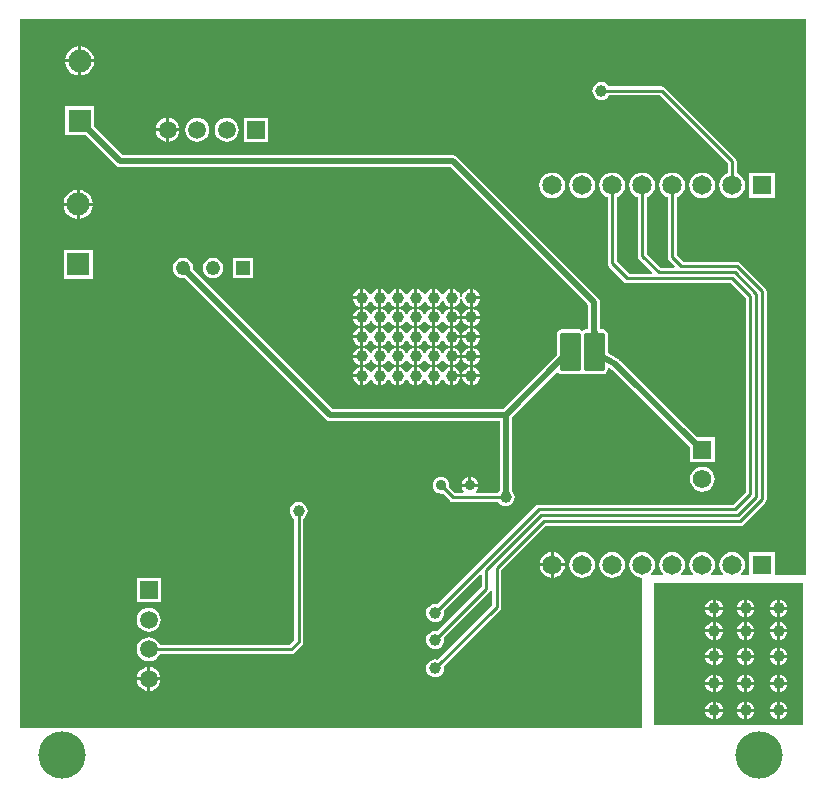
<source format=gbl>
G04*
G04 #@! TF.GenerationSoftware,Altium Limited,Altium Designer,19.0.10 (269)*
G04*
G04 Layer_Physical_Order=2*
G04 Layer_Color=16711680*
%FSLAX25Y25*%
%MOIN*%
G70*
G01*
G75*
%ADD15C,0.01000*%
%ADD53C,0.02000*%
%ADD54C,0.15748*%
%ADD55C,0.04795*%
%ADD56R,0.04795X0.04795*%
%ADD57R,0.05937X0.05937*%
%ADD58C,0.05937*%
%ADD59R,0.05937X0.05937*%
%ADD60C,0.06496*%
%ADD61R,0.06496X0.06496*%
%ADD62C,0.06201*%
%ADD63R,0.06201X0.06201*%
%ADD64C,0.07677*%
%ADD65R,0.07677X0.07677*%
%ADD66C,0.03937*%
%ADD67C,0.03500*%
%ADD68C,0.03000*%
G36*
X361500Y314500D02*
X351248D01*
Y322248D01*
X342752D01*
Y314500D01*
X340189D01*
X340087Y314802D01*
X340053Y315000D01*
X340711Y315858D01*
X341139Y316891D01*
X341285Y318000D01*
X341139Y319109D01*
X340711Y320142D01*
X340030Y321030D01*
X339142Y321711D01*
X338109Y322139D01*
X337000Y322285D01*
X335891Y322139D01*
X334858Y321711D01*
X333970Y321030D01*
X333289Y320142D01*
X332861Y319109D01*
X332715Y318000D01*
X332861Y316891D01*
X333289Y315858D01*
X333947Y315000D01*
X333913Y314802D01*
X333811Y314500D01*
X330189D01*
X330087Y314802D01*
X330053Y315000D01*
X330711Y315858D01*
X331139Y316891D01*
X331285Y318000D01*
X331139Y319109D01*
X330711Y320142D01*
X330030Y321030D01*
X329142Y321711D01*
X328109Y322139D01*
X327000Y322285D01*
X325891Y322139D01*
X324858Y321711D01*
X323970Y321030D01*
X323289Y320142D01*
X322861Y319109D01*
X322715Y318000D01*
X322861Y316891D01*
X323289Y315858D01*
X323947Y315000D01*
X323913Y314802D01*
X323811Y314500D01*
X320189D01*
X320087Y314802D01*
X320053Y315000D01*
X320711Y315858D01*
X321139Y316891D01*
X321285Y318000D01*
X321139Y319109D01*
X320711Y320142D01*
X320030Y321030D01*
X319142Y321711D01*
X318109Y322139D01*
X317000Y322285D01*
X315891Y322139D01*
X314858Y321711D01*
X313970Y321030D01*
X313289Y320142D01*
X312861Y319109D01*
X312715Y318000D01*
X312861Y316891D01*
X313289Y315858D01*
X313947Y315000D01*
X313913Y314802D01*
X313811Y314500D01*
X310189D01*
X310087Y314802D01*
X310053Y315000D01*
X310711Y315858D01*
X311139Y316891D01*
X311285Y318000D01*
X311139Y319109D01*
X310711Y320142D01*
X310030Y321030D01*
X309142Y321711D01*
X308109Y322139D01*
X307000Y322285D01*
X305891Y322139D01*
X304858Y321711D01*
X303970Y321030D01*
X303289Y320142D01*
X302861Y319109D01*
X302715Y318000D01*
X302861Y316891D01*
X303289Y315858D01*
X303970Y314970D01*
X304858Y314289D01*
X305891Y313861D01*
X307000Y313715D01*
Y263500D01*
X99500D01*
Y500000D01*
X361500D01*
Y314500D01*
D02*
G37*
G36*
X360500Y264500D02*
X311000D01*
Y312000D01*
X360500D01*
Y264500D01*
D02*
G37*
%LPC*%
G36*
X120000Y490814D02*
Y486500D01*
X124314D01*
X124214Y487263D01*
X123726Y488440D01*
X122951Y489451D01*
X121940Y490227D01*
X120763Y490714D01*
X120000Y490814D01*
D02*
G37*
G36*
X119000D02*
X118237Y490714D01*
X117060Y490227D01*
X116049Y489451D01*
X115273Y488440D01*
X114786Y487263D01*
X114685Y486500D01*
X119000D01*
Y490814D01*
D02*
G37*
G36*
X124314Y485500D02*
X120000D01*
Y481185D01*
X120763Y481286D01*
X121940Y481774D01*
X122951Y482549D01*
X123726Y483560D01*
X124214Y484737D01*
X124314Y485500D01*
D02*
G37*
G36*
X119000D02*
X114685D01*
X114786Y484737D01*
X115273Y483560D01*
X116049Y482549D01*
X117060Y481774D01*
X118237Y481286D01*
X119000Y481185D01*
Y485500D01*
D02*
G37*
G36*
X149315Y466937D02*
Y463500D01*
X152752D01*
X152681Y464036D01*
X152281Y465001D01*
X151645Y465830D01*
X150816Y466467D01*
X149851Y466866D01*
X149315Y466937D01*
D02*
G37*
G36*
X148315D02*
X147779Y466866D01*
X146814Y466467D01*
X145985Y465830D01*
X145349Y465001D01*
X144949Y464036D01*
X144878Y463500D01*
X148315D01*
Y466937D01*
D02*
G37*
G36*
X152752Y462500D02*
X149315D01*
Y459063D01*
X149851Y459134D01*
X150816Y459534D01*
X151645Y460170D01*
X152281Y460999D01*
X152681Y461964D01*
X152752Y462500D01*
D02*
G37*
G36*
X148315D02*
X144878D01*
X144949Y461964D01*
X145349Y460999D01*
X145985Y460170D01*
X146814Y459534D01*
X147779Y459134D01*
X148315Y459063D01*
Y462500D01*
D02*
G37*
G36*
X182311Y466968D02*
X174374D01*
Y459031D01*
X182311D01*
Y466968D01*
D02*
G37*
G36*
X168500Y467003D02*
X167464Y466866D01*
X166499Y466467D01*
X165670Y465830D01*
X165033Y465001D01*
X164634Y464036D01*
X164497Y463000D01*
X164634Y461964D01*
X165033Y460999D01*
X165670Y460170D01*
X166499Y459534D01*
X167464Y459134D01*
X168500Y458997D01*
X169536Y459134D01*
X170501Y459534D01*
X171330Y460170D01*
X171967Y460999D01*
X172366Y461964D01*
X172503Y463000D01*
X172366Y464036D01*
X171967Y465001D01*
X171330Y465830D01*
X170501Y466467D01*
X169536Y466866D01*
X168500Y467003D01*
D02*
G37*
G36*
X158658D02*
X157622Y466866D01*
X156656Y466467D01*
X155827Y465830D01*
X155191Y465001D01*
X154791Y464036D01*
X154655Y463000D01*
X154791Y461964D01*
X155191Y460999D01*
X155827Y460170D01*
X156656Y459534D01*
X157622Y459134D01*
X158658Y458997D01*
X159694Y459134D01*
X160659Y459534D01*
X161488Y460170D01*
X162124Y460999D01*
X162524Y461964D01*
X162660Y463000D01*
X162524Y464036D01*
X162124Y465001D01*
X161488Y465830D01*
X160659Y466467D01*
X159694Y466866D01*
X158658Y467003D01*
D02*
G37*
G36*
X351248Y448748D02*
X342752D01*
Y440252D01*
X351248D01*
Y448748D01*
D02*
G37*
G36*
X293376Y478994D02*
X292601Y478892D01*
X291879Y478593D01*
X291259Y478117D01*
X290783Y477497D01*
X290484Y476775D01*
X290382Y476000D01*
X290484Y475225D01*
X290783Y474503D01*
X291259Y473883D01*
X291879Y473407D01*
X292601Y473108D01*
X293376Y473006D01*
X294151Y473108D01*
X294873Y473407D01*
X295493Y473883D01*
X295944Y474471D01*
X312866D01*
X335471Y451866D01*
Y448464D01*
X334858Y448211D01*
X333970Y447530D01*
X333289Y446642D01*
X332861Y445609D01*
X332715Y444500D01*
X332861Y443391D01*
X333289Y442358D01*
X333970Y441470D01*
X334858Y440789D01*
X335891Y440361D01*
X337000Y440215D01*
X338109Y440361D01*
X339142Y440789D01*
X340030Y441470D01*
X340711Y442358D01*
X341139Y443391D01*
X341285Y444500D01*
X341139Y445609D01*
X340711Y446642D01*
X340030Y447530D01*
X339142Y448211D01*
X338529Y448464D01*
Y452500D01*
X338413Y453085D01*
X338081Y453581D01*
X314581Y477081D01*
X314085Y477413D01*
X313500Y477529D01*
X295944D01*
X295493Y478117D01*
X294873Y478593D01*
X294151Y478892D01*
X293376Y478994D01*
D02*
G37*
G36*
X327000Y448785D02*
X325891Y448639D01*
X324858Y448211D01*
X323970Y447530D01*
X323289Y446642D01*
X322861Y445609D01*
X322715Y444500D01*
X322861Y443391D01*
X323289Y442358D01*
X323970Y441470D01*
X324858Y440789D01*
X325891Y440361D01*
X327000Y440215D01*
X328109Y440361D01*
X329142Y440789D01*
X330030Y441470D01*
X330711Y442358D01*
X331139Y443391D01*
X331285Y444500D01*
X331139Y445609D01*
X330711Y446642D01*
X330030Y447530D01*
X329142Y448211D01*
X328109Y448639D01*
X327000Y448785D01*
D02*
G37*
G36*
X287000D02*
X285891Y448639D01*
X284858Y448211D01*
X283970Y447530D01*
X283289Y446642D01*
X282861Y445609D01*
X282715Y444500D01*
X282861Y443391D01*
X283289Y442358D01*
X283970Y441470D01*
X284858Y440789D01*
X285891Y440361D01*
X287000Y440215D01*
X288109Y440361D01*
X289142Y440789D01*
X290030Y441470D01*
X290711Y442358D01*
X291139Y443391D01*
X291285Y444500D01*
X291139Y445609D01*
X290711Y446642D01*
X290030Y447530D01*
X289142Y448211D01*
X288109Y448639D01*
X287000Y448785D01*
D02*
G37*
G36*
X277000D02*
X275891Y448639D01*
X274858Y448211D01*
X273970Y447530D01*
X273289Y446642D01*
X272861Y445609D01*
X272715Y444500D01*
X272861Y443391D01*
X273289Y442358D01*
X273970Y441470D01*
X274858Y440789D01*
X275891Y440361D01*
X277000Y440215D01*
X278109Y440361D01*
X279142Y440789D01*
X280030Y441470D01*
X280711Y442358D01*
X281139Y443391D01*
X281285Y444500D01*
X281139Y445609D01*
X280711Y446642D01*
X280030Y447530D01*
X279142Y448211D01*
X278109Y448639D01*
X277000Y448785D01*
D02*
G37*
G36*
X119500Y443035D02*
Y438721D01*
X123814D01*
X123714Y439484D01*
X123226Y440661D01*
X122451Y441671D01*
X121440Y442447D01*
X120263Y442935D01*
X119500Y443035D01*
D02*
G37*
G36*
X118500Y443035D02*
X117737Y442935D01*
X116560Y442447D01*
X115549Y441671D01*
X114773Y440661D01*
X114286Y439484D01*
X114186Y438721D01*
X118500D01*
Y443035D01*
D02*
G37*
G36*
X123814Y437720D02*
X119500D01*
Y433406D01*
X120263Y433506D01*
X121440Y433994D01*
X122451Y434770D01*
X123226Y435780D01*
X123714Y436957D01*
X123814Y437720D01*
D02*
G37*
G36*
X118500D02*
X114186D01*
X114286Y436957D01*
X114773Y435780D01*
X115549Y434770D01*
X116560Y433994D01*
X117737Y433506D01*
X118500Y433406D01*
Y437720D01*
D02*
G37*
G36*
X317000Y448785D02*
X315891Y448639D01*
X314858Y448211D01*
X313970Y447530D01*
X313289Y446642D01*
X312861Y445609D01*
X312715Y444500D01*
X312861Y443391D01*
X313289Y442358D01*
X313970Y441470D01*
X314858Y440789D01*
X315471Y440535D01*
Y420500D01*
X315587Y419915D01*
X315919Y419419D01*
X317846Y417491D01*
X317654Y417029D01*
X313134D01*
X308529Y421633D01*
Y440535D01*
X309142Y440789D01*
X310030Y441470D01*
X310711Y442358D01*
X311139Y443391D01*
X311285Y444500D01*
X311139Y445609D01*
X310711Y446642D01*
X310030Y447530D01*
X309142Y448211D01*
X308109Y448639D01*
X307000Y448785D01*
X305891Y448639D01*
X304858Y448211D01*
X303970Y447530D01*
X303289Y446642D01*
X302861Y445609D01*
X302715Y444500D01*
X302861Y443391D01*
X303289Y442358D01*
X303970Y441470D01*
X304858Y440789D01*
X305471Y440535D01*
Y421000D01*
X305587Y420415D01*
X305919Y419919D01*
X310346Y415491D01*
X310154Y415029D01*
X302634D01*
X298529Y419134D01*
Y440535D01*
X299142Y440789D01*
X300030Y441470D01*
X300711Y442358D01*
X301139Y443391D01*
X301285Y444500D01*
X301139Y445609D01*
X300711Y446642D01*
X300030Y447530D01*
X299142Y448211D01*
X298109Y448639D01*
X297000Y448785D01*
X295891Y448639D01*
X294858Y448211D01*
X293970Y447530D01*
X293289Y446642D01*
X292861Y445609D01*
X292715Y444500D01*
X292861Y443391D01*
X293289Y442358D01*
X293970Y441470D01*
X294858Y440789D01*
X295471Y440535D01*
Y418500D01*
X295587Y417915D01*
X295919Y417419D01*
X300919Y412419D01*
X301415Y412087D01*
X302000Y411971D01*
X336367D01*
X341471Y406867D01*
Y342133D01*
X337367Y338029D01*
X272500D01*
X271915Y337913D01*
X271419Y337581D01*
X238735Y304897D01*
X238000Y304994D01*
X237225Y304892D01*
X236503Y304593D01*
X235883Y304117D01*
X235407Y303497D01*
X235108Y302775D01*
X235006Y302000D01*
X235108Y301225D01*
X235407Y300503D01*
X235883Y299883D01*
X236503Y299407D01*
X237225Y299108D01*
X238000Y299006D01*
X238775Y299108D01*
X239497Y299407D01*
X240117Y299883D01*
X240593Y300503D01*
X240892Y301225D01*
X240994Y302000D01*
X240897Y302734D01*
X253009Y314846D01*
X253471Y314654D01*
Y310633D01*
X238735Y295897D01*
X238000Y295994D01*
X237225Y295892D01*
X236503Y295593D01*
X235883Y295117D01*
X235407Y294497D01*
X235108Y293775D01*
X235006Y293000D01*
X235108Y292225D01*
X235407Y291503D01*
X235883Y290883D01*
X236503Y290407D01*
X237225Y290108D01*
X238000Y290006D01*
X238775Y290108D01*
X239497Y290407D01*
X240117Y290883D01*
X240593Y291503D01*
X240892Y292225D01*
X240994Y293000D01*
X240897Y293735D01*
X256081Y308919D01*
X256413Y309415D01*
X256471Y309704D01*
X256971Y309655D01*
Y304633D01*
X238735Y286397D01*
X238000Y286494D01*
X237225Y286392D01*
X236503Y286093D01*
X235883Y285617D01*
X235407Y284997D01*
X235108Y284275D01*
X235006Y283500D01*
X235108Y282725D01*
X235407Y282003D01*
X235883Y281383D01*
X236503Y280907D01*
X237225Y280608D01*
X238000Y280506D01*
X238775Y280608D01*
X239497Y280907D01*
X240117Y281383D01*
X240593Y282003D01*
X240892Y282725D01*
X240994Y283500D01*
X240897Y284234D01*
X259581Y302919D01*
X259913Y303415D01*
X260029Y304000D01*
Y316210D01*
X274790Y330971D01*
X339657D01*
X340242Y331087D01*
X340738Y331419D01*
X348081Y338762D01*
X348413Y339258D01*
X348529Y339843D01*
Y409157D01*
X348413Y409742D01*
X348081Y410238D01*
X339738Y418581D01*
X339242Y418913D01*
X338657Y419029D01*
X320634D01*
X318529Y421134D01*
Y440535D01*
X319142Y440789D01*
X320030Y441470D01*
X320711Y442358D01*
X321139Y443391D01*
X321285Y444500D01*
X321139Y445609D01*
X320711Y446642D01*
X320030Y447530D01*
X319142Y448211D01*
X318109Y448639D01*
X317000Y448785D01*
D02*
G37*
G36*
X177398Y420398D02*
X170602D01*
Y413602D01*
X177398D01*
Y420398D01*
D02*
G37*
G36*
X164000Y420427D02*
X163113Y420310D01*
X162286Y419968D01*
X161577Y419423D01*
X161032Y418714D01*
X160690Y417887D01*
X160573Y417000D01*
X160690Y416113D01*
X161032Y415286D01*
X161577Y414577D01*
X162286Y414032D01*
X163113Y413690D01*
X164000Y413573D01*
X164887Y413690D01*
X165714Y414032D01*
X166423Y414577D01*
X166968Y415286D01*
X167310Y416113D01*
X167427Y417000D01*
X167310Y417887D01*
X166968Y418714D01*
X166423Y419423D01*
X165714Y419968D01*
X164887Y420310D01*
X164000Y420427D01*
D02*
G37*
G36*
X123839Y423059D02*
X114161D01*
Y413382D01*
X123839D01*
Y423059D01*
D02*
G37*
G36*
X224955Y409928D02*
X224680Y409892D01*
X223958Y409593D01*
X223338Y409117D01*
X222862Y408497D01*
X222748Y408222D01*
X222207D01*
X222093Y408497D01*
X221617Y409117D01*
X220997Y409593D01*
X220275Y409892D01*
X220000Y409928D01*
Y407000D01*
Y404072D01*
X220275Y404108D01*
X220997Y404407D01*
X221617Y404883D01*
X222093Y405503D01*
X222207Y405778D01*
X222748D01*
X222862Y405503D01*
X223338Y404883D01*
X223958Y404407D01*
X224680Y404108D01*
X224955Y404072D01*
Y407000D01*
Y409928D01*
D02*
G37*
G36*
X237000D02*
X236725Y409892D01*
X236003Y409593D01*
X235383Y409117D01*
X234907Y408497D01*
X234790Y408214D01*
X234249D01*
X234131Y408497D01*
X233656Y409117D01*
X233035Y409593D01*
X232313Y409892D01*
X232038Y409928D01*
Y407000D01*
Y404072D01*
X232313Y404108D01*
X233035Y404407D01*
X233656Y404883D01*
X234131Y405503D01*
X234249Y405786D01*
X234790D01*
X234907Y405503D01*
X235383Y404883D01*
X236003Y404407D01*
X236725Y404108D01*
X237000Y404072D01*
Y407000D01*
Y409928D01*
D02*
G37*
G36*
X243029D02*
X242754Y409892D01*
X242032Y409593D01*
X241412Y409117D01*
X240936Y408497D01*
X240785Y408132D01*
X240244D01*
X240093Y408497D01*
X239617Y409117D01*
X238997Y409593D01*
X238275Y409892D01*
X238000Y409928D01*
Y407000D01*
Y404072D01*
X238275Y404108D01*
X238997Y404407D01*
X239617Y404883D01*
X240093Y405503D01*
X240244Y405868D01*
X240785D01*
X240936Y405503D01*
X241412Y404883D01*
X242032Y404407D01*
X242754Y404108D01*
X243029Y404072D01*
Y407000D01*
Y409928D01*
D02*
G37*
G36*
X219000D02*
X218725Y409892D01*
X218003Y409593D01*
X217383Y409117D01*
X216907Y408497D01*
X216751Y408121D01*
X216210D01*
X216055Y408497D01*
X215579Y409117D01*
X214959Y409593D01*
X214236Y409892D01*
X213962Y409928D01*
Y407000D01*
Y404072D01*
X214236Y404108D01*
X214959Y404407D01*
X215579Y404883D01*
X216055Y405503D01*
X216210Y405879D01*
X216751D01*
X216907Y405503D01*
X217383Y404883D01*
X218003Y404407D01*
X218725Y404108D01*
X219000Y404072D01*
Y407000D01*
Y409928D01*
D02*
G37*
G36*
X231038D02*
X230764Y409892D01*
X230041Y409593D01*
X229421Y409117D01*
X228945Y408497D01*
X228767Y408067D01*
X228226D01*
X228048Y408497D01*
X227572Y409117D01*
X226952Y409593D01*
X226230Y409892D01*
X225955Y409928D01*
Y407000D01*
Y404072D01*
X226230Y404108D01*
X226952Y404407D01*
X227572Y404883D01*
X228048Y405503D01*
X228226Y405933D01*
X228767D01*
X228945Y405503D01*
X229421Y404883D01*
X230041Y404407D01*
X230764Y404108D01*
X231038Y404072D01*
Y407000D01*
Y409928D01*
D02*
G37*
G36*
X250500D02*
Y407500D01*
X252928D01*
X252892Y407775D01*
X252593Y408497D01*
X252117Y409117D01*
X251497Y409593D01*
X250775Y409892D01*
X250500Y409928D01*
D02*
G37*
G36*
X212962D02*
X212687Y409892D01*
X211965Y409593D01*
X211345Y409117D01*
X210869Y408497D01*
X210570Y407775D01*
X210533Y407500D01*
X212962D01*
Y409928D01*
D02*
G37*
G36*
X249500D02*
X249225Y409892D01*
X248503Y409593D01*
X247883Y409117D01*
X247407Y408497D01*
X247108Y407775D01*
X247017Y407083D01*
X246513D01*
X246422Y407775D01*
X246122Y408497D01*
X245647Y409117D01*
X245026Y409593D01*
X244304Y409892D01*
X244029Y409928D01*
Y407000D01*
Y404072D01*
X244304Y404108D01*
X245026Y404407D01*
X245647Y404883D01*
X246122Y405503D01*
X246422Y406225D01*
X246513Y406917D01*
X247017D01*
X247108Y406225D01*
X247407Y405503D01*
X247883Y404883D01*
X248503Y404407D01*
X249225Y404108D01*
X249500Y404072D01*
Y407000D01*
Y409928D01*
D02*
G37*
G36*
X252928Y406500D02*
X250500D01*
Y404072D01*
X250775Y404108D01*
X251497Y404407D01*
X252117Y404883D01*
X252593Y405503D01*
X252892Y406225D01*
X252928Y406500D01*
D02*
G37*
G36*
X212962D02*
X210533D01*
X210570Y406225D01*
X210869Y405503D01*
X211345Y404883D01*
X211965Y404407D01*
X212687Y404108D01*
X212962Y404072D01*
Y406500D01*
D02*
G37*
G36*
X219004Y403428D02*
X218729Y403392D01*
X218007Y403093D01*
X217387Y402617D01*
X216911Y401997D01*
X216816Y401767D01*
X216275D01*
X216180Y401997D01*
X215704Y402617D01*
X215084Y403093D01*
X214362Y403392D01*
X214087Y403428D01*
Y400500D01*
Y397572D01*
X214362Y397608D01*
X215084Y397907D01*
X215704Y398383D01*
X216180Y399003D01*
X216275Y399233D01*
X216816D01*
X216911Y399003D01*
X217387Y398383D01*
X218007Y397907D01*
X218729Y397608D01*
X219004Y397572D01*
Y400500D01*
Y403428D01*
D02*
G37*
G36*
X225000D02*
X224725Y403392D01*
X224003Y403093D01*
X223383Y402617D01*
X222907Y401997D01*
X222773Y401673D01*
X222231D01*
X222097Y401997D01*
X221621Y402617D01*
X221001Y403093D01*
X220279Y403392D01*
X220004Y403428D01*
Y400500D01*
Y397572D01*
X220279Y397608D01*
X221001Y397907D01*
X221621Y398383D01*
X222097Y399003D01*
X222231Y399327D01*
X222773D01*
X222907Y399003D01*
X223383Y398383D01*
X224003Y397907D01*
X224725Y397608D01*
X225000Y397572D01*
Y400500D01*
Y403428D01*
D02*
G37*
G36*
X243000D02*
X242725Y403392D01*
X242003Y403093D01*
X241383Y402617D01*
X240907Y401997D01*
X240771Y401668D01*
X240229D01*
X240093Y401997D01*
X239617Y402617D01*
X238997Y403093D01*
X238275Y403392D01*
X238000Y403428D01*
Y400500D01*
Y397572D01*
X238275Y397608D01*
X238997Y397907D01*
X239617Y398383D01*
X240093Y399003D01*
X240229Y399332D01*
X240771D01*
X240907Y399003D01*
X241383Y398383D01*
X242003Y397907D01*
X242725Y397608D01*
X243000Y397572D01*
Y400500D01*
Y403428D01*
D02*
G37*
G36*
X237000D02*
X236725Y403392D01*
X236003Y403093D01*
X235383Y402617D01*
X234907Y401997D01*
X234771Y401668D01*
X234229D01*
X234093Y401997D01*
X233617Y402617D01*
X232997Y403093D01*
X232275Y403392D01*
X232000Y403428D01*
Y400500D01*
Y397572D01*
X232275Y397608D01*
X232997Y397907D01*
X233617Y398383D01*
X234093Y399003D01*
X234229Y399332D01*
X234771D01*
X234907Y399003D01*
X235383Y398383D01*
X236003Y397907D01*
X236725Y397608D01*
X237000Y397572D01*
Y400500D01*
Y403428D01*
D02*
G37*
G36*
X231000D02*
X230725Y403392D01*
X230003Y403093D01*
X229383Y402617D01*
X228907Y401997D01*
X228771Y401668D01*
X228229D01*
X228093Y401997D01*
X227617Y402617D01*
X226997Y403093D01*
X226275Y403392D01*
X226000Y403428D01*
Y400500D01*
Y397572D01*
X226275Y397608D01*
X226997Y397907D01*
X227617Y398383D01*
X228093Y399003D01*
X228229Y399332D01*
X228771D01*
X228907Y399003D01*
X229383Y398383D01*
X230003Y397907D01*
X230725Y397608D01*
X231000Y397572D01*
Y400500D01*
Y403428D01*
D02*
G37*
G36*
X250500D02*
Y401000D01*
X252928D01*
X252892Y401275D01*
X252593Y401997D01*
X252117Y402617D01*
X251497Y403093D01*
X250775Y403392D01*
X250500Y403428D01*
D02*
G37*
G36*
X249500D02*
X249225Y403392D01*
X248503Y403093D01*
X247883Y402617D01*
X247407Y401997D01*
X247108Y401275D01*
X247072Y401000D01*
X249500D01*
Y403428D01*
D02*
G37*
G36*
X244000D02*
Y401000D01*
X246428D01*
X246392Y401275D01*
X246093Y401997D01*
X245617Y402617D01*
X244997Y403093D01*
X244275Y403392D01*
X244000Y403428D01*
D02*
G37*
G36*
X213087D02*
X212812Y403392D01*
X212090Y403093D01*
X211470Y402617D01*
X210994Y401997D01*
X210695Y401275D01*
X210658Y401000D01*
X213087D01*
Y403428D01*
D02*
G37*
G36*
X252928Y400000D02*
X250500D01*
Y397572D01*
X250775Y397608D01*
X251497Y397907D01*
X252117Y398383D01*
X252593Y399003D01*
X252892Y399725D01*
X252928Y400000D01*
D02*
G37*
G36*
X249500D02*
X247072D01*
X247108Y399725D01*
X247407Y399003D01*
X247883Y398383D01*
X248503Y397907D01*
X249225Y397608D01*
X249500Y397572D01*
Y400000D01*
D02*
G37*
G36*
X246428D02*
X244000D01*
Y397572D01*
X244275Y397608D01*
X244997Y397907D01*
X245617Y398383D01*
X246093Y399003D01*
X246392Y399725D01*
X246428Y400000D01*
D02*
G37*
G36*
X213087D02*
X210658D01*
X210695Y399725D01*
X210994Y399003D01*
X211470Y398383D01*
X212090Y397907D01*
X212812Y397608D01*
X213087Y397572D01*
Y400000D01*
D02*
G37*
G36*
X124339Y470839D02*
X114661D01*
Y461161D01*
X121455D01*
X131558Y451058D01*
X132220Y450616D01*
X133000Y450461D01*
X243155D01*
X288961Y404655D01*
Y396482D01*
X288047D01*
X287462Y396366D01*
X287047Y396089D01*
X286632Y396366D01*
X286047Y396482D01*
X286000Y396473D01*
X285953Y396482D01*
X280047D01*
X279462Y396366D01*
X278966Y396034D01*
X278634Y395538D01*
X278518Y394953D01*
Y387902D01*
X260655Y370039D01*
X203845D01*
X157364Y416520D01*
X157427Y417000D01*
X157310Y417887D01*
X156968Y418714D01*
X156423Y419423D01*
X155713Y419968D01*
X154887Y420310D01*
X154000Y420427D01*
X153113Y420310D01*
X152287Y419968D01*
X151577Y419423D01*
X151032Y418714D01*
X150690Y417887D01*
X150573Y417000D01*
X150690Y416113D01*
X151032Y415286D01*
X151577Y414577D01*
X152287Y414032D01*
X153113Y413690D01*
X154000Y413573D01*
X154480Y413636D01*
X201558Y366558D01*
X202220Y366116D01*
X203000Y365961D01*
X259461D01*
Y342677D01*
X259383Y342617D01*
X258932Y342029D01*
X251619D01*
X251449Y342529D01*
X251461Y342539D01*
X251902Y343113D01*
X252179Y343782D01*
X252208Y344000D01*
X246792D01*
X246821Y343782D01*
X247098Y343113D01*
X247539Y342539D01*
X247551Y342529D01*
X247381Y342029D01*
X244634D01*
X242703Y343960D01*
X242774Y344500D01*
X242679Y345218D01*
X242402Y345887D01*
X241961Y346461D01*
X241387Y346902D01*
X240718Y347179D01*
X240000Y347274D01*
X239282Y347179D01*
X238613Y346902D01*
X238039Y346461D01*
X237598Y345887D01*
X237321Y345218D01*
X237226Y344500D01*
X237321Y343782D01*
X237598Y343113D01*
X238039Y342539D01*
X238613Y342098D01*
X239282Y341821D01*
X240000Y341726D01*
X240540Y341797D01*
X242919Y339419D01*
X243415Y339087D01*
X244000Y338971D01*
X258932D01*
X259383Y338383D01*
X260003Y337907D01*
X260725Y337608D01*
X261500Y337506D01*
X262275Y337608D01*
X262997Y337907D01*
X263617Y338383D01*
X264093Y339003D01*
X264392Y339725D01*
X264494Y340500D01*
X264392Y341275D01*
X264093Y341997D01*
X263617Y342617D01*
X263539Y342677D01*
Y367155D01*
X278491Y382107D01*
X278966Y382060D01*
X279462Y381729D01*
X280047Y381612D01*
X285953D01*
X286000Y381622D01*
X286047Y381612D01*
X286632Y381729D01*
X287047Y382006D01*
X287462Y381729D01*
X288047Y381612D01*
X293953D01*
X293976Y381617D01*
X294000Y381612D01*
X294585Y381729D01*
X295081Y382060D01*
X295413Y382557D01*
X295529Y383142D01*
Y383565D01*
X295962Y383816D01*
X296751Y383365D01*
X322967Y357150D01*
Y352321D01*
X331167D01*
Y360522D01*
X325362D01*
X299442Y386442D01*
X299216Y386593D01*
X299012Y386771D01*
X295529Y388760D01*
Y394953D01*
X295413Y395538D01*
X295081Y396034D01*
X294585Y396366D01*
X294000Y396482D01*
X293039D01*
Y405500D01*
X292884Y406280D01*
X292442Y406942D01*
X245442Y453942D01*
X244780Y454384D01*
X244000Y454539D01*
X133845D01*
X124339Y464045D01*
Y470839D01*
D02*
G37*
G36*
X243000Y396928D02*
X242725Y396892D01*
X242003Y396593D01*
X241383Y396117D01*
X240907Y395497D01*
X240771Y395168D01*
X240229D01*
X240093Y395497D01*
X239617Y396117D01*
X238997Y396593D01*
X238275Y396892D01*
X238000Y396928D01*
Y394000D01*
Y391072D01*
X238275Y391108D01*
X238997Y391407D01*
X239617Y391883D01*
X240093Y392503D01*
X240229Y392832D01*
X240771D01*
X240907Y392503D01*
X241383Y391883D01*
X242003Y391407D01*
X242725Y391108D01*
X243000Y391072D01*
Y394000D01*
Y396928D01*
D02*
G37*
G36*
X237000D02*
X236725Y396892D01*
X236003Y396593D01*
X235383Y396117D01*
X234907Y395497D01*
X234771Y395168D01*
X234229D01*
X234093Y395497D01*
X233617Y396117D01*
X232997Y396593D01*
X232275Y396892D01*
X232000Y396928D01*
Y394000D01*
Y391072D01*
X232275Y391108D01*
X232997Y391407D01*
X233617Y391883D01*
X234093Y392503D01*
X234229Y392832D01*
X234771D01*
X234907Y392503D01*
X235383Y391883D01*
X236003Y391407D01*
X236725Y391108D01*
X237000Y391072D01*
Y394000D01*
Y396928D01*
D02*
G37*
G36*
X231000D02*
X230725Y396892D01*
X230003Y396593D01*
X229383Y396117D01*
X228907Y395497D01*
X228771Y395168D01*
X228229D01*
X228093Y395497D01*
X227617Y396117D01*
X226997Y396593D01*
X226275Y396892D01*
X226000Y396928D01*
Y394000D01*
Y391072D01*
X226275Y391108D01*
X226997Y391407D01*
X227617Y391883D01*
X228093Y392503D01*
X228229Y392832D01*
X228771D01*
X228907Y392503D01*
X229383Y391883D01*
X230003Y391407D01*
X230725Y391108D01*
X231000Y391072D01*
Y394000D01*
Y396928D01*
D02*
G37*
G36*
X225000D02*
X224725Y396892D01*
X224003Y396593D01*
X223383Y396117D01*
X222907Y395497D01*
X222771Y395168D01*
X222229D01*
X222093Y395497D01*
X221617Y396117D01*
X220997Y396593D01*
X220275Y396892D01*
X220000Y396928D01*
Y394000D01*
Y391072D01*
X220275Y391108D01*
X220997Y391407D01*
X221617Y391883D01*
X222093Y392503D01*
X222229Y392832D01*
X222771D01*
X222907Y392503D01*
X223383Y391883D01*
X224003Y391407D01*
X224725Y391108D01*
X225000Y391072D01*
Y394000D01*
Y396928D01*
D02*
G37*
G36*
X219000D02*
X218725Y396892D01*
X218003Y396593D01*
X217383Y396117D01*
X216907Y395497D01*
X216771Y395168D01*
X216229D01*
X216093Y395497D01*
X215617Y396117D01*
X214997Y396593D01*
X214275Y396892D01*
X214000Y396928D01*
Y394000D01*
Y391072D01*
X214275Y391108D01*
X214997Y391407D01*
X215617Y391883D01*
X216093Y392503D01*
X216229Y392832D01*
X216771D01*
X216907Y392503D01*
X217383Y391883D01*
X218003Y391407D01*
X218725Y391108D01*
X219000Y391072D01*
Y394000D01*
Y396928D01*
D02*
G37*
G36*
X250500D02*
Y394500D01*
X252928D01*
X252892Y394775D01*
X252593Y395497D01*
X252117Y396117D01*
X251497Y396593D01*
X250775Y396892D01*
X250500Y396928D01*
D02*
G37*
G36*
X249500D02*
X249225Y396892D01*
X248503Y396593D01*
X247883Y396117D01*
X247407Y395497D01*
X247108Y394775D01*
X247072Y394500D01*
X249500D01*
Y396928D01*
D02*
G37*
G36*
X244000D02*
Y394500D01*
X246428D01*
X246392Y394775D01*
X246093Y395497D01*
X245617Y396117D01*
X244997Y396593D01*
X244275Y396892D01*
X244000Y396928D01*
D02*
G37*
G36*
X213000D02*
X212725Y396892D01*
X212003Y396593D01*
X211383Y396117D01*
X210907Y395497D01*
X210608Y394775D01*
X210572Y394500D01*
X213000D01*
Y396928D01*
D02*
G37*
G36*
X252928Y393500D02*
X250500D01*
Y391072D01*
X250775Y391108D01*
X251497Y391407D01*
X252117Y391883D01*
X252593Y392503D01*
X252892Y393225D01*
X252928Y393500D01*
D02*
G37*
G36*
X249500D02*
X247072D01*
X247108Y393225D01*
X247407Y392503D01*
X247883Y391883D01*
X248503Y391407D01*
X249225Y391108D01*
X249500Y391072D01*
Y393500D01*
D02*
G37*
G36*
X246428D02*
X244000D01*
Y391072D01*
X244275Y391108D01*
X244997Y391407D01*
X245617Y391883D01*
X246093Y392503D01*
X246392Y393225D01*
X246428Y393500D01*
D02*
G37*
G36*
X213000D02*
X210572D01*
X210608Y393225D01*
X210907Y392503D01*
X211383Y391883D01*
X212003Y391407D01*
X212725Y391108D01*
X213000Y391072D01*
Y393500D01*
D02*
G37*
G36*
X219000Y390428D02*
X218725Y390392D01*
X218003Y390093D01*
X217383Y389617D01*
X216907Y388997D01*
X216814Y388772D01*
X216273D01*
X216180Y388997D01*
X215704Y389617D01*
X215084Y390093D01*
X214362Y390392D01*
X214087Y390428D01*
Y387500D01*
Y384572D01*
X214362Y384608D01*
X215084Y384907D01*
X215704Y385383D01*
X216180Y386003D01*
X216273Y386228D01*
X216814D01*
X216907Y386003D01*
X217383Y385383D01*
X218003Y384907D01*
X218725Y384608D01*
X219000Y384572D01*
Y387500D01*
Y390428D01*
D02*
G37*
G36*
X225000D02*
X224725Y390392D01*
X224003Y390093D01*
X223383Y389617D01*
X222907Y388997D01*
X222771Y388668D01*
X222229D01*
X222093Y388997D01*
X221617Y389617D01*
X220997Y390093D01*
X220275Y390392D01*
X220000Y390428D01*
Y387500D01*
Y384572D01*
X220275Y384608D01*
X220997Y384907D01*
X221617Y385383D01*
X222093Y386003D01*
X222229Y386332D01*
X222771D01*
X222907Y386003D01*
X223383Y385383D01*
X224003Y384907D01*
X224725Y384608D01*
X225000Y384572D01*
Y387500D01*
Y390428D01*
D02*
G37*
G36*
X243000D02*
X242725Y390392D01*
X242003Y390093D01*
X241383Y389617D01*
X240907Y388997D01*
X240771Y388668D01*
X240229D01*
X240093Y388997D01*
X239617Y389617D01*
X238997Y390093D01*
X238275Y390392D01*
X238000Y390428D01*
Y387500D01*
Y384572D01*
X238275Y384608D01*
X238997Y384907D01*
X239617Y385383D01*
X240093Y386003D01*
X240229Y386332D01*
X240771D01*
X240907Y386003D01*
X241383Y385383D01*
X242003Y384907D01*
X242725Y384608D01*
X243000Y384572D01*
Y387500D01*
Y390428D01*
D02*
G37*
G36*
X237000D02*
X236725Y390392D01*
X236003Y390093D01*
X235383Y389617D01*
X234907Y388997D01*
X234771Y388668D01*
X234229D01*
X234093Y388997D01*
X233617Y389617D01*
X232997Y390093D01*
X232275Y390392D01*
X232000Y390428D01*
Y387500D01*
Y384572D01*
X232275Y384608D01*
X232997Y384907D01*
X233617Y385383D01*
X234093Y386003D01*
X234229Y386332D01*
X234771D01*
X234907Y386003D01*
X235383Y385383D01*
X236003Y384907D01*
X236725Y384608D01*
X237000Y384572D01*
Y387500D01*
Y390428D01*
D02*
G37*
G36*
X231000D02*
X230725Y390392D01*
X230003Y390093D01*
X229383Y389617D01*
X228907Y388997D01*
X228771Y388668D01*
X228229D01*
X228093Y388997D01*
X227617Y389617D01*
X226997Y390093D01*
X226275Y390392D01*
X226000Y390428D01*
Y387500D01*
Y384572D01*
X226275Y384608D01*
X226997Y384907D01*
X227617Y385383D01*
X228093Y386003D01*
X228229Y386332D01*
X228771D01*
X228907Y386003D01*
X229383Y385383D01*
X230003Y384907D01*
X230725Y384608D01*
X231000Y384572D01*
Y387500D01*
Y390428D01*
D02*
G37*
G36*
X250500D02*
Y388000D01*
X252928D01*
X252892Y388275D01*
X252593Y388997D01*
X252117Y389617D01*
X251497Y390093D01*
X250775Y390392D01*
X250500Y390428D01*
D02*
G37*
G36*
X249500D02*
X249225Y390392D01*
X248503Y390093D01*
X247883Y389617D01*
X247407Y388997D01*
X247108Y388275D01*
X247072Y388000D01*
X249500D01*
Y390428D01*
D02*
G37*
G36*
X244000D02*
Y388000D01*
X246428D01*
X246392Y388275D01*
X246093Y388997D01*
X245617Y389617D01*
X244997Y390093D01*
X244275Y390392D01*
X244000Y390428D01*
D02*
G37*
G36*
X213087D02*
X212812Y390392D01*
X212090Y390093D01*
X211470Y389617D01*
X210994Y388997D01*
X210695Y388275D01*
X210658Y388000D01*
X213087D01*
Y390428D01*
D02*
G37*
G36*
X252928Y387000D02*
X250500D01*
Y384572D01*
X250775Y384608D01*
X251497Y384907D01*
X252117Y385383D01*
X252593Y386003D01*
X252892Y386725D01*
X252928Y387000D01*
D02*
G37*
G36*
X249500D02*
X247072D01*
X247108Y386725D01*
X247407Y386003D01*
X247883Y385383D01*
X248503Y384907D01*
X249225Y384608D01*
X249500Y384572D01*
Y387000D01*
D02*
G37*
G36*
X246428D02*
X244000D01*
Y384572D01*
X244275Y384608D01*
X244997Y384907D01*
X245617Y385383D01*
X246093Y386003D01*
X246392Y386725D01*
X246428Y387000D01*
D02*
G37*
G36*
X213087D02*
X210658D01*
X210695Y386725D01*
X210994Y386003D01*
X211470Y385383D01*
X212090Y384907D01*
X212812Y384608D01*
X213087Y384572D01*
Y387000D01*
D02*
G37*
G36*
X219004Y383928D02*
X218729Y383892D01*
X218007Y383593D01*
X217387Y383117D01*
X216911Y382497D01*
X216816Y382267D01*
X216275D01*
X216180Y382497D01*
X215704Y383117D01*
X215084Y383593D01*
X214362Y383892D01*
X214087Y383928D01*
Y381000D01*
Y378072D01*
X214362Y378108D01*
X215084Y378407D01*
X215704Y378883D01*
X216180Y379503D01*
X216275Y379732D01*
X216816D01*
X216911Y379503D01*
X217387Y378883D01*
X218007Y378407D01*
X218729Y378108D01*
X219004Y378072D01*
Y381000D01*
Y383928D01*
D02*
G37*
G36*
X225000D02*
X224725Y383892D01*
X224003Y383593D01*
X223383Y383117D01*
X222907Y382497D01*
X222773Y382172D01*
X222231D01*
X222097Y382497D01*
X221621Y383117D01*
X221001Y383593D01*
X220279Y383892D01*
X220004Y383928D01*
Y381000D01*
Y378072D01*
X220279Y378108D01*
X221001Y378407D01*
X221621Y378883D01*
X222097Y379503D01*
X222231Y379827D01*
X222773D01*
X222907Y379503D01*
X223383Y378883D01*
X224003Y378407D01*
X224725Y378108D01*
X225000Y378072D01*
Y381000D01*
Y383928D01*
D02*
G37*
G36*
X243000D02*
X242725Y383892D01*
X242003Y383593D01*
X241383Y383117D01*
X240907Y382497D01*
X240771Y382168D01*
X240229D01*
X240093Y382497D01*
X239617Y383117D01*
X238997Y383593D01*
X238275Y383892D01*
X238000Y383928D01*
Y381000D01*
Y378072D01*
X238275Y378108D01*
X238997Y378407D01*
X239617Y378883D01*
X240093Y379503D01*
X240229Y379832D01*
X240771D01*
X240907Y379503D01*
X241383Y378883D01*
X242003Y378407D01*
X242725Y378108D01*
X243000Y378072D01*
Y381000D01*
Y383928D01*
D02*
G37*
G36*
X237000D02*
X236725Y383892D01*
X236003Y383593D01*
X235383Y383117D01*
X234907Y382497D01*
X234771Y382168D01*
X234229D01*
X234093Y382497D01*
X233617Y383117D01*
X232997Y383593D01*
X232275Y383892D01*
X232000Y383928D01*
Y381000D01*
Y378072D01*
X232275Y378108D01*
X232997Y378407D01*
X233617Y378883D01*
X234093Y379503D01*
X234229Y379832D01*
X234771D01*
X234907Y379503D01*
X235383Y378883D01*
X236003Y378407D01*
X236725Y378108D01*
X237000Y378072D01*
Y381000D01*
Y383928D01*
D02*
G37*
G36*
X231000D02*
X230725Y383892D01*
X230003Y383593D01*
X229383Y383117D01*
X228907Y382497D01*
X228771Y382168D01*
X228229D01*
X228093Y382497D01*
X227617Y383117D01*
X226997Y383593D01*
X226275Y383892D01*
X226000Y383928D01*
Y381000D01*
Y378072D01*
X226275Y378108D01*
X226997Y378407D01*
X227617Y378883D01*
X228093Y379503D01*
X228229Y379832D01*
X228771D01*
X228907Y379503D01*
X229383Y378883D01*
X230003Y378407D01*
X230725Y378108D01*
X231000Y378072D01*
Y381000D01*
Y383928D01*
D02*
G37*
G36*
X250500D02*
Y381500D01*
X252928D01*
X252892Y381775D01*
X252593Y382497D01*
X252117Y383117D01*
X251497Y383593D01*
X250775Y383892D01*
X250500Y383928D01*
D02*
G37*
G36*
X249500D02*
X249225Y383892D01*
X248503Y383593D01*
X247883Y383117D01*
X247407Y382497D01*
X247108Y381775D01*
X247072Y381500D01*
X249500D01*
Y383928D01*
D02*
G37*
G36*
X244000D02*
Y381500D01*
X246428D01*
X246392Y381775D01*
X246093Y382497D01*
X245617Y383117D01*
X244997Y383593D01*
X244275Y383892D01*
X244000Y383928D01*
D02*
G37*
G36*
X213087D02*
X212812Y383892D01*
X212090Y383593D01*
X211470Y383117D01*
X210994Y382497D01*
X210695Y381775D01*
X210658Y381500D01*
X213087D01*
Y383928D01*
D02*
G37*
G36*
X252928Y380500D02*
X250500D01*
Y378072D01*
X250775Y378108D01*
X251497Y378407D01*
X252117Y378883D01*
X252593Y379503D01*
X252892Y380225D01*
X252928Y380500D01*
D02*
G37*
G36*
X249500D02*
X247072D01*
X247108Y380225D01*
X247407Y379503D01*
X247883Y378883D01*
X248503Y378407D01*
X249225Y378108D01*
X249500Y378072D01*
Y380500D01*
D02*
G37*
G36*
X246428D02*
X244000D01*
Y378072D01*
X244275Y378108D01*
X244997Y378407D01*
X245617Y378883D01*
X246093Y379503D01*
X246392Y380225D01*
X246428Y380500D01*
D02*
G37*
G36*
X213087D02*
X210658D01*
X210695Y380225D01*
X210994Y379503D01*
X211470Y378883D01*
X212090Y378407D01*
X212812Y378108D01*
X213087Y378072D01*
Y380500D01*
D02*
G37*
G36*
X250000Y347208D02*
Y345000D01*
X252208D01*
X252179Y345218D01*
X251902Y345887D01*
X251461Y346461D01*
X250887Y346902D01*
X250218Y347179D01*
X250000Y347208D01*
D02*
G37*
G36*
X249000D02*
X248782Y347179D01*
X248113Y346902D01*
X247539Y346461D01*
X247098Y345887D01*
X246821Y345218D01*
X246792Y345000D01*
X249000D01*
Y347208D01*
D02*
G37*
G36*
X327067Y350714D02*
X325996Y350574D01*
X324999Y350160D01*
X324143Y349503D01*
X323485Y348647D01*
X323072Y347649D01*
X322931Y346579D01*
X323072Y345508D01*
X323485Y344511D01*
X324143Y343654D01*
X324999Y342997D01*
X325996Y342584D01*
X327067Y342443D01*
X328137Y342584D01*
X329135Y342997D01*
X329991Y343654D01*
X330649Y344511D01*
X331062Y345508D01*
X331203Y346579D01*
X331062Y347649D01*
X330649Y348647D01*
X329991Y349503D01*
X329135Y350160D01*
X328137Y350574D01*
X327067Y350714D01*
D02*
G37*
G36*
X277500Y322219D02*
Y318500D01*
X281219D01*
X281139Y319109D01*
X280711Y320142D01*
X280030Y321030D01*
X279142Y321711D01*
X278109Y322139D01*
X277500Y322219D01*
D02*
G37*
G36*
X276500D02*
X275891Y322139D01*
X274858Y321711D01*
X273970Y321030D01*
X273289Y320142D01*
X272861Y319109D01*
X272781Y318500D01*
X276500D01*
Y322219D01*
D02*
G37*
G36*
X281219Y317500D02*
X277500D01*
Y313781D01*
X278109Y313861D01*
X279142Y314289D01*
X280030Y314970D01*
X280711Y315858D01*
X281139Y316891D01*
X281219Y317500D01*
D02*
G37*
G36*
X276500D02*
X272781D01*
X272861Y316891D01*
X273289Y315858D01*
X273970Y314970D01*
X274858Y314289D01*
X275891Y313861D01*
X276500Y313781D01*
Y317500D01*
D02*
G37*
G36*
X297000Y322285D02*
X295891Y322139D01*
X294858Y321711D01*
X293970Y321030D01*
X293289Y320142D01*
X292861Y319109D01*
X292715Y318000D01*
X292861Y316891D01*
X293289Y315858D01*
X293970Y314970D01*
X294858Y314289D01*
X295891Y313861D01*
X297000Y313715D01*
X298109Y313861D01*
X299142Y314289D01*
X300030Y314970D01*
X300711Y315858D01*
X301139Y316891D01*
X301285Y318000D01*
X301139Y319109D01*
X300711Y320142D01*
X300030Y321030D01*
X299142Y321711D01*
X298109Y322139D01*
X297000Y322285D01*
D02*
G37*
G36*
X287000D02*
X285891Y322139D01*
X284858Y321711D01*
X283970Y321030D01*
X283289Y320142D01*
X282861Y319109D01*
X282715Y318000D01*
X282861Y316891D01*
X283289Y315858D01*
X283970Y314970D01*
X284858Y314289D01*
X285891Y313861D01*
X287000Y313715D01*
X288109Y313861D01*
X289142Y314289D01*
X290030Y314970D01*
X290711Y315858D01*
X291139Y316891D01*
X291285Y318000D01*
X291139Y319109D01*
X290711Y320142D01*
X290030Y321030D01*
X289142Y321711D01*
X288109Y322139D01*
X287000Y322285D01*
D02*
G37*
G36*
X146468Y313469D02*
X138531D01*
Y305532D01*
X146468D01*
Y313469D01*
D02*
G37*
G36*
X142500Y303660D02*
X141464Y303524D01*
X140499Y303124D01*
X139670Y302488D01*
X139033Y301659D01*
X138634Y300693D01*
X138497Y299658D01*
X138634Y298622D01*
X139033Y297656D01*
X139670Y296827D01*
X140499Y296191D01*
X141464Y295791D01*
X142500Y295655D01*
X143536Y295791D01*
X144501Y296191D01*
X145330Y296827D01*
X145966Y297656D01*
X146366Y298622D01*
X146503Y299658D01*
X146366Y300693D01*
X145966Y301659D01*
X145330Y302488D01*
X144501Y303124D01*
X143536Y303524D01*
X142500Y303660D01*
D02*
G37*
G36*
X192500Y338994D02*
X191725Y338892D01*
X191003Y338593D01*
X190383Y338117D01*
X189907Y337497D01*
X189608Y336775D01*
X189506Y336000D01*
X189608Y335225D01*
X189907Y334503D01*
X190383Y333883D01*
X190971Y333432D01*
Y292949D01*
X189366Y291344D01*
X146162D01*
X145966Y291816D01*
X145330Y292645D01*
X144501Y293281D01*
X143536Y293681D01*
X142500Y293818D01*
X141464Y293681D01*
X140499Y293281D01*
X139670Y292645D01*
X139033Y291816D01*
X138634Y290851D01*
X138497Y289815D01*
X138634Y288779D01*
X139033Y287814D01*
X139670Y286985D01*
X140499Y286349D01*
X141464Y285949D01*
X142500Y285812D01*
X143536Y285949D01*
X144501Y286349D01*
X145330Y286985D01*
X145966Y287814D01*
X146162Y288286D01*
X190000D01*
X190585Y288402D01*
X191081Y288734D01*
X193581Y291233D01*
X193913Y291730D01*
X194029Y292315D01*
Y333432D01*
X194617Y333883D01*
X195093Y334503D01*
X195392Y335225D01*
X195494Y336000D01*
X195392Y336775D01*
X195093Y337497D01*
X194617Y338117D01*
X193997Y338593D01*
X193275Y338892D01*
X192500Y338994D01*
D02*
G37*
G36*
X143000Y283909D02*
Y280472D01*
X146437D01*
X146366Y281008D01*
X145966Y281974D01*
X145330Y282803D01*
X144501Y283439D01*
X143536Y283839D01*
X143000Y283909D01*
D02*
G37*
G36*
X142000D02*
X141464Y283839D01*
X140499Y283439D01*
X139670Y282803D01*
X139033Y281974D01*
X138634Y281008D01*
X138563Y280472D01*
X142000D01*
Y283909D01*
D02*
G37*
G36*
X146437Y279472D02*
X143000D01*
Y276035D01*
X143536Y276106D01*
X144501Y276506D01*
X145330Y277142D01*
X145966Y277971D01*
X146366Y278937D01*
X146437Y279472D01*
D02*
G37*
G36*
X142000D02*
X138563D01*
X138634Y278937D01*
X139033Y277971D01*
X139670Y277142D01*
X140499Y276506D01*
X141464Y276106D01*
X142000Y276035D01*
Y279472D01*
D02*
G37*
%LPD*%
G36*
X293953Y394905D02*
Y383142D01*
X288047D01*
Y394953D01*
X294000D01*
X293953Y394905D01*
D02*
G37*
G36*
X285953Y394858D02*
Y383142D01*
X280047D01*
Y394953D01*
X286047D01*
X285953Y394858D01*
D02*
G37*
%LPC*%
G36*
X353000Y306428D02*
Y304000D01*
X355428D01*
X355392Y304275D01*
X355093Y304997D01*
X354617Y305617D01*
X353997Y306093D01*
X353275Y306392D01*
X353000Y306428D01*
D02*
G37*
G36*
X352000D02*
X351725Y306392D01*
X351003Y306093D01*
X350383Y305617D01*
X349907Y304997D01*
X349608Y304275D01*
X349572Y304000D01*
X352000D01*
Y306428D01*
D02*
G37*
G36*
X342000D02*
Y304000D01*
X344428D01*
X344392Y304275D01*
X344093Y304997D01*
X343617Y305617D01*
X342997Y306093D01*
X342275Y306392D01*
X342000Y306428D01*
D02*
G37*
G36*
X341000D02*
X340725Y306392D01*
X340003Y306093D01*
X339383Y305617D01*
X338907Y304997D01*
X338608Y304275D01*
X338572Y304000D01*
X341000D01*
Y306428D01*
D02*
G37*
G36*
X331500D02*
Y304000D01*
X333928D01*
X333892Y304275D01*
X333593Y304997D01*
X333117Y305617D01*
X332497Y306093D01*
X331775Y306392D01*
X331500Y306428D01*
D02*
G37*
G36*
X330500D02*
X330225Y306392D01*
X329503Y306093D01*
X328883Y305617D01*
X328407Y304997D01*
X328108Y304275D01*
X328072Y304000D01*
X330500D01*
Y306428D01*
D02*
G37*
G36*
X355428Y303000D02*
X353000D01*
Y300572D01*
X353275Y300608D01*
X353997Y300907D01*
X354617Y301383D01*
X355093Y302003D01*
X355392Y302725D01*
X355428Y303000D01*
D02*
G37*
G36*
X352000D02*
X349572D01*
X349608Y302725D01*
X349907Y302003D01*
X350383Y301383D01*
X351003Y300907D01*
X351725Y300608D01*
X352000Y300572D01*
Y303000D01*
D02*
G37*
G36*
X344428D02*
X342000D01*
Y300572D01*
X342275Y300608D01*
X342997Y300907D01*
X343617Y301383D01*
X344093Y302003D01*
X344392Y302725D01*
X344428Y303000D01*
D02*
G37*
G36*
X341000D02*
X338572D01*
X338608Y302725D01*
X338907Y302003D01*
X339383Y301383D01*
X340003Y300907D01*
X340725Y300608D01*
X341000Y300572D01*
Y303000D01*
D02*
G37*
G36*
X333928D02*
X331500D01*
Y300572D01*
X331775Y300608D01*
X332497Y300907D01*
X333117Y301383D01*
X333593Y302003D01*
X333892Y302725D01*
X333928Y303000D01*
D02*
G37*
G36*
X330500D02*
X328072D01*
X328108Y302725D01*
X328407Y302003D01*
X328883Y301383D01*
X329503Y300907D01*
X330225Y300608D01*
X330500Y300572D01*
Y303000D01*
D02*
G37*
G36*
X353000Y298928D02*
Y296500D01*
X355428D01*
X355392Y296775D01*
X355093Y297497D01*
X354617Y298117D01*
X353997Y298593D01*
X353275Y298892D01*
X353000Y298928D01*
D02*
G37*
G36*
X352000D02*
X351725Y298892D01*
X351003Y298593D01*
X350383Y298117D01*
X349907Y297497D01*
X349608Y296775D01*
X349572Y296500D01*
X352000D01*
Y298928D01*
D02*
G37*
G36*
X342000D02*
Y296500D01*
X344428D01*
X344392Y296775D01*
X344093Y297497D01*
X343617Y298117D01*
X342997Y298593D01*
X342275Y298892D01*
X342000Y298928D01*
D02*
G37*
G36*
X341000D02*
X340725Y298892D01*
X340003Y298593D01*
X339383Y298117D01*
X338907Y297497D01*
X338608Y296775D01*
X338572Y296500D01*
X341000D01*
Y298928D01*
D02*
G37*
G36*
X331500D02*
Y296500D01*
X333928D01*
X333892Y296775D01*
X333593Y297497D01*
X333117Y298117D01*
X332497Y298593D01*
X331775Y298892D01*
X331500Y298928D01*
D02*
G37*
G36*
X330500D02*
X330225Y298892D01*
X329503Y298593D01*
X328883Y298117D01*
X328407Y297497D01*
X328108Y296775D01*
X328072Y296500D01*
X330500D01*
Y298928D01*
D02*
G37*
G36*
X355428Y295500D02*
X353000D01*
Y293072D01*
X353275Y293108D01*
X353997Y293407D01*
X354617Y293883D01*
X355093Y294503D01*
X355392Y295225D01*
X355428Y295500D01*
D02*
G37*
G36*
X352000D02*
X349572D01*
X349608Y295225D01*
X349907Y294503D01*
X350383Y293883D01*
X351003Y293407D01*
X351725Y293108D01*
X352000Y293072D01*
Y295500D01*
D02*
G37*
G36*
X344428D02*
X342000D01*
Y293072D01*
X342275Y293108D01*
X342997Y293407D01*
X343617Y293883D01*
X344093Y294503D01*
X344392Y295225D01*
X344428Y295500D01*
D02*
G37*
G36*
X341000D02*
X338572D01*
X338608Y295225D01*
X338907Y294503D01*
X339383Y293883D01*
X340003Y293407D01*
X340725Y293108D01*
X341000Y293072D01*
Y295500D01*
D02*
G37*
G36*
X333928D02*
X331500D01*
Y293072D01*
X331775Y293108D01*
X332497Y293407D01*
X333117Y293883D01*
X333593Y294503D01*
X333892Y295225D01*
X333928Y295500D01*
D02*
G37*
G36*
X330500D02*
X328072D01*
X328108Y295225D01*
X328407Y294503D01*
X328883Y293883D01*
X329503Y293407D01*
X330225Y293108D01*
X330500Y293072D01*
Y295500D01*
D02*
G37*
G36*
X353000Y290428D02*
Y288000D01*
X355428D01*
X355392Y288275D01*
X355093Y288997D01*
X354617Y289617D01*
X353997Y290093D01*
X353275Y290392D01*
X353000Y290428D01*
D02*
G37*
G36*
X352000D02*
X351725Y290392D01*
X351003Y290093D01*
X350383Y289617D01*
X349907Y288997D01*
X349608Y288275D01*
X349572Y288000D01*
X352000D01*
Y290428D01*
D02*
G37*
G36*
X342000D02*
Y288000D01*
X344428D01*
X344392Y288275D01*
X344093Y288997D01*
X343617Y289617D01*
X342997Y290093D01*
X342275Y290392D01*
X342000Y290428D01*
D02*
G37*
G36*
X341000D02*
X340725Y290392D01*
X340003Y290093D01*
X339383Y289617D01*
X338907Y288997D01*
X338608Y288275D01*
X338572Y288000D01*
X341000D01*
Y290428D01*
D02*
G37*
G36*
X331500D02*
Y288000D01*
X333928D01*
X333892Y288275D01*
X333593Y288997D01*
X333117Y289617D01*
X332497Y290093D01*
X331775Y290392D01*
X331500Y290428D01*
D02*
G37*
G36*
X330500D02*
X330225Y290392D01*
X329503Y290093D01*
X328883Y289617D01*
X328407Y288997D01*
X328108Y288275D01*
X328072Y288000D01*
X330500D01*
Y290428D01*
D02*
G37*
G36*
X355428Y287000D02*
X353000D01*
Y284572D01*
X353275Y284608D01*
X353997Y284907D01*
X354617Y285383D01*
X355093Y286003D01*
X355392Y286725D01*
X355428Y287000D01*
D02*
G37*
G36*
X352000D02*
X349572D01*
X349608Y286725D01*
X349907Y286003D01*
X350383Y285383D01*
X351003Y284907D01*
X351725Y284608D01*
X352000Y284572D01*
Y287000D01*
D02*
G37*
G36*
X344428D02*
X342000D01*
Y284572D01*
X342275Y284608D01*
X342997Y284907D01*
X343617Y285383D01*
X344093Y286003D01*
X344392Y286725D01*
X344428Y287000D01*
D02*
G37*
G36*
X341000D02*
X338572D01*
X338608Y286725D01*
X338907Y286003D01*
X339383Y285383D01*
X340003Y284907D01*
X340725Y284608D01*
X341000Y284572D01*
Y287000D01*
D02*
G37*
G36*
X333928D02*
X331500D01*
Y284572D01*
X331775Y284608D01*
X332497Y284907D01*
X333117Y285383D01*
X333593Y286003D01*
X333892Y286725D01*
X333928Y287000D01*
D02*
G37*
G36*
X330500D02*
X328072D01*
X328108Y286725D01*
X328407Y286003D01*
X328883Y285383D01*
X329503Y284907D01*
X330225Y284608D01*
X330500Y284572D01*
Y287000D01*
D02*
G37*
G36*
X353000Y281428D02*
Y279000D01*
X355428D01*
X355392Y279275D01*
X355093Y279997D01*
X354617Y280617D01*
X353997Y281093D01*
X353275Y281392D01*
X353000Y281428D01*
D02*
G37*
G36*
X352000D02*
X351725Y281392D01*
X351003Y281093D01*
X350383Y280617D01*
X349907Y279997D01*
X349608Y279275D01*
X349572Y279000D01*
X352000D01*
Y281428D01*
D02*
G37*
G36*
X342000D02*
Y279000D01*
X344428D01*
X344392Y279275D01*
X344093Y279997D01*
X343617Y280617D01*
X342997Y281093D01*
X342275Y281392D01*
X342000Y281428D01*
D02*
G37*
G36*
X341000D02*
X340725Y281392D01*
X340003Y281093D01*
X339383Y280617D01*
X338907Y279997D01*
X338608Y279275D01*
X338572Y279000D01*
X341000D01*
Y281428D01*
D02*
G37*
G36*
X331500D02*
Y279000D01*
X333928D01*
X333892Y279275D01*
X333593Y279997D01*
X333117Y280617D01*
X332497Y281093D01*
X331775Y281392D01*
X331500Y281428D01*
D02*
G37*
G36*
X330500D02*
X330225Y281392D01*
X329503Y281093D01*
X328883Y280617D01*
X328407Y279997D01*
X328108Y279275D01*
X328072Y279000D01*
X330500D01*
Y281428D01*
D02*
G37*
G36*
X355428Y278000D02*
X353000D01*
Y275572D01*
X353275Y275608D01*
X353997Y275907D01*
X354617Y276383D01*
X355093Y277003D01*
X355392Y277725D01*
X355428Y278000D01*
D02*
G37*
G36*
X352000D02*
X349572D01*
X349608Y277725D01*
X349907Y277003D01*
X350383Y276383D01*
X351003Y275907D01*
X351725Y275608D01*
X352000Y275572D01*
Y278000D01*
D02*
G37*
G36*
X344428D02*
X342000D01*
Y275572D01*
X342275Y275608D01*
X342997Y275907D01*
X343617Y276383D01*
X344093Y277003D01*
X344392Y277725D01*
X344428Y278000D01*
D02*
G37*
G36*
X341000D02*
X338572D01*
X338608Y277725D01*
X338907Y277003D01*
X339383Y276383D01*
X340003Y275907D01*
X340725Y275608D01*
X341000Y275572D01*
Y278000D01*
D02*
G37*
G36*
X333928D02*
X331500D01*
Y275572D01*
X331775Y275608D01*
X332497Y275907D01*
X333117Y276383D01*
X333593Y277003D01*
X333892Y277725D01*
X333928Y278000D01*
D02*
G37*
G36*
X330500D02*
X328072D01*
X328108Y277725D01*
X328407Y277003D01*
X328883Y276383D01*
X329503Y275907D01*
X330225Y275608D01*
X330500Y275572D01*
Y278000D01*
D02*
G37*
G36*
X353000Y272428D02*
Y270000D01*
X355428D01*
X355392Y270275D01*
X355093Y270997D01*
X354617Y271617D01*
X353997Y272093D01*
X353275Y272392D01*
X353000Y272428D01*
D02*
G37*
G36*
X352000D02*
X351725Y272392D01*
X351003Y272093D01*
X350383Y271617D01*
X349907Y270997D01*
X349608Y270275D01*
X349572Y270000D01*
X352000D01*
Y272428D01*
D02*
G37*
G36*
X342000D02*
Y270000D01*
X344428D01*
X344392Y270275D01*
X344093Y270997D01*
X343617Y271617D01*
X342997Y272093D01*
X342275Y272392D01*
X342000Y272428D01*
D02*
G37*
G36*
X341000D02*
X340725Y272392D01*
X340003Y272093D01*
X339383Y271617D01*
X338907Y270997D01*
X338608Y270275D01*
X338572Y270000D01*
X341000D01*
Y272428D01*
D02*
G37*
G36*
X331500D02*
Y270000D01*
X333928D01*
X333892Y270275D01*
X333593Y270997D01*
X333117Y271617D01*
X332497Y272093D01*
X331775Y272392D01*
X331500Y272428D01*
D02*
G37*
G36*
X330500D02*
X330225Y272392D01*
X329503Y272093D01*
X328883Y271617D01*
X328407Y270997D01*
X328108Y270275D01*
X328072Y270000D01*
X330500D01*
Y272428D01*
D02*
G37*
G36*
X355428Y269000D02*
X353000D01*
Y266572D01*
X353275Y266608D01*
X353997Y266907D01*
X354617Y267383D01*
X355093Y268003D01*
X355392Y268725D01*
X355428Y269000D01*
D02*
G37*
G36*
X352000D02*
X349572D01*
X349608Y268725D01*
X349907Y268003D01*
X350383Y267383D01*
X351003Y266907D01*
X351725Y266608D01*
X352000Y266572D01*
Y269000D01*
D02*
G37*
G36*
X344428D02*
X342000D01*
Y266572D01*
X342275Y266608D01*
X342997Y266907D01*
X343617Y267383D01*
X344093Y268003D01*
X344392Y268725D01*
X344428Y269000D01*
D02*
G37*
G36*
X341000D02*
X338572D01*
X338608Y268725D01*
X338907Y268003D01*
X339383Y267383D01*
X340003Y266907D01*
X340725Y266608D01*
X341000Y266572D01*
Y269000D01*
D02*
G37*
G36*
X333928D02*
X331500D01*
Y266572D01*
X331775Y266608D01*
X332497Y266907D01*
X333117Y267383D01*
X333593Y268003D01*
X333892Y268725D01*
X333928Y269000D01*
D02*
G37*
G36*
X330500D02*
X328072D01*
X328108Y268725D01*
X328407Y268003D01*
X328883Y267383D01*
X329503Y266907D01*
X330225Y266608D01*
X330500Y266572D01*
Y269000D01*
D02*
G37*
%LPD*%
D15*
X293376Y476000D02*
X313500D01*
X337828Y415500D02*
X345000Y408328D01*
Y340672D02*
Y408328D01*
X338828Y334500D02*
X345000Y340672D01*
X244000Y340500D02*
X261500D01*
X240000Y344500D02*
X244000Y340500D01*
X142500Y289815D02*
X190000D01*
X192500Y292315D01*
Y336000D01*
X291000Y394953D02*
X291500D01*
X288047D02*
X291000D01*
X294000Y387286D02*
Y394953D01*
Y386000D02*
Y387286D01*
X292000Y394953D02*
X294000D01*
X291500D02*
X292000D01*
X339657Y332500D02*
X347000Y339843D01*
X274157Y332500D02*
X339657D01*
X258500Y316843D02*
X274157Y332500D01*
X258500Y304000D02*
Y316843D01*
X273328Y334500D02*
X338828D01*
X255000Y316172D02*
X273328Y334500D01*
X255000Y310000D02*
Y316172D01*
X317000Y420500D02*
X320000Y417500D01*
X317000Y420500D02*
Y444500D01*
X320000Y417500D02*
X338657D01*
X347000Y409157D01*
Y339843D02*
Y409157D01*
X238000Y283500D02*
X258500Y304000D01*
X238000Y302000D02*
X272500Y336500D01*
X338000D01*
X307000Y421000D02*
Y444500D01*
Y421000D02*
X312500Y415500D01*
X337828D01*
X238000Y293000D02*
X255000Y310000D01*
X297000Y418500D02*
Y444500D01*
Y418500D02*
X302000Y413500D01*
X337000D01*
X343000Y407500D01*
Y341500D02*
Y407500D01*
X338000Y336500D02*
X343000Y341500D01*
X337000Y444500D02*
Y452500D01*
X313500Y476000D02*
X337000Y452500D01*
X294000Y383142D02*
Y386000D01*
X280047Y386547D02*
Y394953D01*
Y383142D02*
Y386547D01*
X291000Y383142D02*
X293953D01*
X288047D02*
X291000D01*
X281173D02*
X285953D01*
X280047D02*
X281173D01*
X286047D02*
Y394953D01*
X280047D02*
X285953D01*
X288047Y383142D02*
Y394953D01*
D53*
X298000Y385000D02*
X326823Y356177D01*
X244000Y452500D02*
X291000Y405500D01*
X133000Y452500D02*
X244000D01*
X119500Y466000D02*
X133000Y452500D01*
X291000Y394953D02*
Y405500D01*
X154000Y417000D02*
X203000Y368000D01*
X261500D01*
X294000Y387286D02*
X298000Y385000D01*
X280047Y386547D02*
X282547Y389047D01*
X261500Y368000D02*
X280047Y386547D01*
X261500Y340500D02*
Y368000D01*
D54*
X346000Y254500D02*
D03*
X113500D02*
D03*
X346000Y486500D02*
D03*
X162286Y438500D02*
D03*
D55*
X154000Y417000D02*
D03*
X164000D02*
D03*
D56*
X174000D02*
D03*
D57*
X142500Y309500D02*
D03*
D58*
Y299658D02*
D03*
Y289815D02*
D03*
Y279972D02*
D03*
X168500Y463000D02*
D03*
X158658D02*
D03*
X148815D02*
D03*
D59*
X178342D02*
D03*
D60*
X277000Y318000D02*
D03*
X287000D02*
D03*
X297000D02*
D03*
X307000D02*
D03*
X317000D02*
D03*
X327000D02*
D03*
X337000D02*
D03*
Y444500D02*
D03*
X327000D02*
D03*
X317000D02*
D03*
X307000D02*
D03*
X297000D02*
D03*
X287000D02*
D03*
X277000D02*
D03*
D61*
X347000Y318000D02*
D03*
Y444500D02*
D03*
D62*
X327067Y346579D02*
D03*
D63*
Y356421D02*
D03*
D64*
X119500Y486000D02*
D03*
X119000Y438221D02*
D03*
D65*
X119500Y466000D02*
D03*
X119000Y418221D02*
D03*
D66*
X293376Y476000D02*
D03*
X250000Y407000D02*
D03*
X243529D02*
D03*
X237500D02*
D03*
X231538D02*
D03*
X225455D02*
D03*
X213462D02*
D03*
X219500D02*
D03*
X352500Y269500D02*
D03*
X341500D02*
D03*
X331000D02*
D03*
X352500Y278500D02*
D03*
X341500D02*
D03*
X331000D02*
D03*
X352500Y287500D02*
D03*
X341500D02*
D03*
X331000D02*
D03*
X352500Y296000D02*
D03*
X341500D02*
D03*
X331000D02*
D03*
X352500Y303500D02*
D03*
X341500D02*
D03*
X331000D02*
D03*
X250000Y381000D02*
D03*
X243500D02*
D03*
X237500D02*
D03*
X231500D02*
D03*
X225500D02*
D03*
X219504D02*
D03*
X250000Y387500D02*
D03*
X243500D02*
D03*
X237500D02*
D03*
X231500D02*
D03*
X225500D02*
D03*
X219500D02*
D03*
X250000Y394000D02*
D03*
X243500D02*
D03*
X237500D02*
D03*
X231500D02*
D03*
X225500D02*
D03*
X219500D02*
D03*
X250000Y400500D02*
D03*
X243500D02*
D03*
X237500D02*
D03*
X231500D02*
D03*
X225500D02*
D03*
X219504D02*
D03*
X213587Y381000D02*
D03*
Y387500D02*
D03*
X213500Y394000D02*
D03*
X213587Y400500D02*
D03*
X192500Y336000D02*
D03*
X238000Y302000D02*
D03*
Y293000D02*
D03*
Y283500D02*
D03*
X261500Y340500D02*
D03*
D67*
X249500Y344500D02*
D03*
X240000D02*
D03*
X291000Y389000D02*
D03*
X282547Y389047D02*
D03*
D68*
X291000Y389000D02*
Y394953D01*
M02*

</source>
